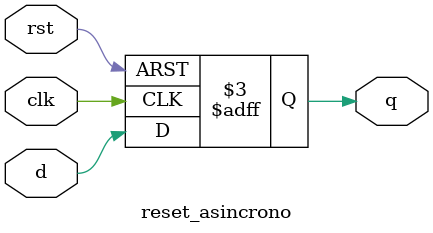
<source format=sv>
module reset_asincrono(input logic d,rst,clk,
                        output logic q);

always_ff @(posedge clk, posedge rst) begin
    if (rst==1'b1) begin
        q<=1'b0;
    end
    else begin
        q<=d;
    end
end                
endmodule
</source>
